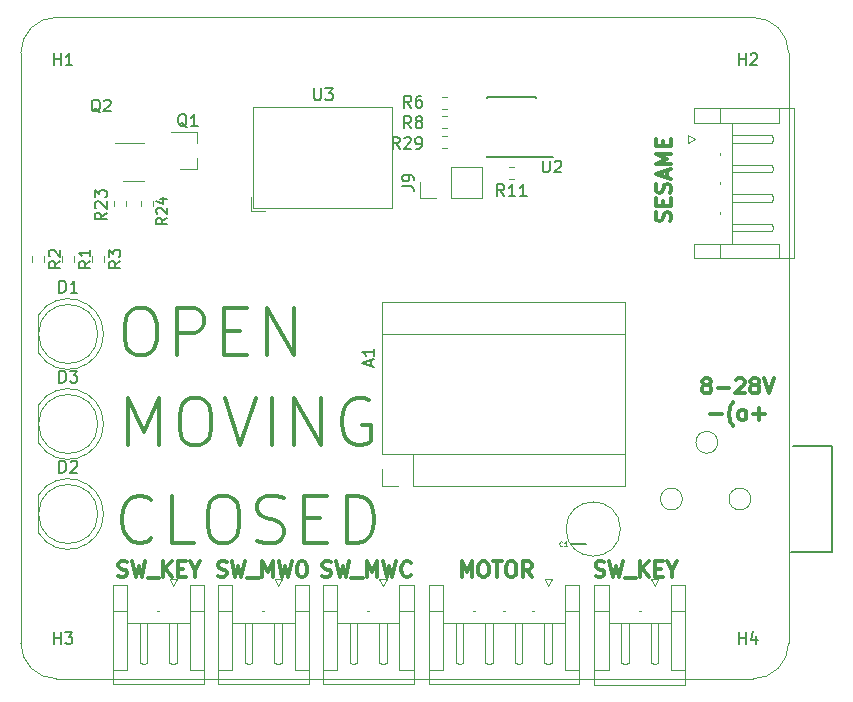
<source format=gbr>
G04 #@! TF.GenerationSoftware,KiCad,Pcbnew,5.1.9*
G04 #@! TF.CreationDate,2021-02-09T20:15:33+01:00*
G04 #@! TF.ProjectId,raspberrypi_hat,72617370-6265-4727-9279-70695f686174,rev?*
G04 #@! TF.SameCoordinates,Original*
G04 #@! TF.FileFunction,Legend,Top*
G04 #@! TF.FilePolarity,Positive*
%FSLAX46Y46*%
G04 Gerber Fmt 4.6, Leading zero omitted, Abs format (unit mm)*
G04 Created by KiCad (PCBNEW 5.1.9) date 2021-02-09 20:15:33*
%MOMM*%
%LPD*%
G01*
G04 APERTURE LIST*
%ADD10C,0.300000*%
G04 #@! TA.AperFunction,Profile*
%ADD11C,0.100000*%
G04 #@! TD*
%ADD12C,0.120000*%
%ADD13C,0.203200*%
%ADD14C,0.150000*%
%ADD15C,0.101600*%
%ADD16C,0.100000*%
%ADD17C,0.130000*%
%ADD18C,0.025400*%
G04 APERTURE END LIST*
D10*
X136476190Y-91920238D02*
X136352380Y-91858333D01*
X136290476Y-91796428D01*
X136228571Y-91672619D01*
X136228571Y-91610714D01*
X136290476Y-91486904D01*
X136352380Y-91425000D01*
X136476190Y-91363095D01*
X136723809Y-91363095D01*
X136847619Y-91425000D01*
X136909523Y-91486904D01*
X136971428Y-91610714D01*
X136971428Y-91672619D01*
X136909523Y-91796428D01*
X136847619Y-91858333D01*
X136723809Y-91920238D01*
X136476190Y-91920238D01*
X136352380Y-91982142D01*
X136290476Y-92044047D01*
X136228571Y-92167857D01*
X136228571Y-92415476D01*
X136290476Y-92539285D01*
X136352380Y-92601190D01*
X136476190Y-92663095D01*
X136723809Y-92663095D01*
X136847619Y-92601190D01*
X136909523Y-92539285D01*
X136971428Y-92415476D01*
X136971428Y-92167857D01*
X136909523Y-92044047D01*
X136847619Y-91982142D01*
X136723809Y-91920238D01*
X137528571Y-92167857D02*
X138519047Y-92167857D01*
X139076190Y-91486904D02*
X139138095Y-91425000D01*
X139261904Y-91363095D01*
X139571428Y-91363095D01*
X139695238Y-91425000D01*
X139757142Y-91486904D01*
X139819047Y-91610714D01*
X139819047Y-91734523D01*
X139757142Y-91920238D01*
X139014285Y-92663095D01*
X139819047Y-92663095D01*
X140561904Y-91920238D02*
X140438095Y-91858333D01*
X140376190Y-91796428D01*
X140314285Y-91672619D01*
X140314285Y-91610714D01*
X140376190Y-91486904D01*
X140438095Y-91425000D01*
X140561904Y-91363095D01*
X140809523Y-91363095D01*
X140933333Y-91425000D01*
X140995238Y-91486904D01*
X141057142Y-91610714D01*
X141057142Y-91672619D01*
X140995238Y-91796428D01*
X140933333Y-91858333D01*
X140809523Y-91920238D01*
X140561904Y-91920238D01*
X140438095Y-91982142D01*
X140376190Y-92044047D01*
X140314285Y-92167857D01*
X140314285Y-92415476D01*
X140376190Y-92539285D01*
X140438095Y-92601190D01*
X140561904Y-92663095D01*
X140809523Y-92663095D01*
X140933333Y-92601190D01*
X140995238Y-92539285D01*
X141057142Y-92415476D01*
X141057142Y-92167857D01*
X140995238Y-92044047D01*
X140933333Y-91982142D01*
X140809523Y-91920238D01*
X141428571Y-91363095D02*
X141861904Y-92663095D01*
X142295238Y-91363095D01*
X136878571Y-94417857D02*
X137869047Y-94417857D01*
X138859523Y-95408333D02*
X138797619Y-95346428D01*
X138673809Y-95160714D01*
X138611904Y-95036904D01*
X138550000Y-94851190D01*
X138488095Y-94541666D01*
X138488095Y-94294047D01*
X138550000Y-93984523D01*
X138611904Y-93798809D01*
X138673809Y-93675000D01*
X138797619Y-93489285D01*
X138859523Y-93427380D01*
X139540476Y-94913095D02*
X139416666Y-94851190D01*
X139354761Y-94789285D01*
X139292857Y-94665476D01*
X139292857Y-94294047D01*
X139354761Y-94170238D01*
X139416666Y-94108333D01*
X139540476Y-94046428D01*
X139726190Y-94046428D01*
X139850000Y-94108333D01*
X139911904Y-94170238D01*
X139973809Y-94294047D01*
X139973809Y-94665476D01*
X139911904Y-94789285D01*
X139850000Y-94851190D01*
X139726190Y-94913095D01*
X139540476Y-94913095D01*
X140530952Y-94417857D02*
X141521428Y-94417857D01*
X141026190Y-94913095D02*
X141026190Y-93922619D01*
X127195238Y-108126190D02*
X127380952Y-108188095D01*
X127690476Y-108188095D01*
X127814285Y-108126190D01*
X127876190Y-108064285D01*
X127938095Y-107940476D01*
X127938095Y-107816666D01*
X127876190Y-107692857D01*
X127814285Y-107630952D01*
X127690476Y-107569047D01*
X127442857Y-107507142D01*
X127319047Y-107445238D01*
X127257142Y-107383333D01*
X127195238Y-107259523D01*
X127195238Y-107135714D01*
X127257142Y-107011904D01*
X127319047Y-106950000D01*
X127442857Y-106888095D01*
X127752380Y-106888095D01*
X127938095Y-106950000D01*
X128371428Y-106888095D02*
X128680952Y-108188095D01*
X128928571Y-107259523D01*
X129176190Y-108188095D01*
X129485714Y-106888095D01*
X129671428Y-108311904D02*
X130661904Y-108311904D01*
X130971428Y-108188095D02*
X130971428Y-106888095D01*
X131714285Y-108188095D02*
X131157142Y-107445238D01*
X131714285Y-106888095D02*
X130971428Y-107630952D01*
X132271428Y-107507142D02*
X132704761Y-107507142D01*
X132890476Y-108188095D02*
X132271428Y-108188095D01*
X132271428Y-106888095D01*
X132890476Y-106888095D01*
X133695238Y-107569047D02*
X133695238Y-108188095D01*
X133261904Y-106888095D02*
X133695238Y-107569047D01*
X134128571Y-106888095D01*
X115859523Y-108188095D02*
X115859523Y-106888095D01*
X116292857Y-107816666D01*
X116726190Y-106888095D01*
X116726190Y-108188095D01*
X117592857Y-106888095D02*
X117840476Y-106888095D01*
X117964285Y-106950000D01*
X118088095Y-107073809D01*
X118150000Y-107321428D01*
X118150000Y-107754761D01*
X118088095Y-108002380D01*
X117964285Y-108126190D01*
X117840476Y-108188095D01*
X117592857Y-108188095D01*
X117469047Y-108126190D01*
X117345238Y-108002380D01*
X117283333Y-107754761D01*
X117283333Y-107321428D01*
X117345238Y-107073809D01*
X117469047Y-106950000D01*
X117592857Y-106888095D01*
X118521428Y-106888095D02*
X119264285Y-106888095D01*
X118892857Y-108188095D02*
X118892857Y-106888095D01*
X119945238Y-106888095D02*
X120192857Y-106888095D01*
X120316666Y-106950000D01*
X120440476Y-107073809D01*
X120502380Y-107321428D01*
X120502380Y-107754761D01*
X120440476Y-108002380D01*
X120316666Y-108126190D01*
X120192857Y-108188095D01*
X119945238Y-108188095D01*
X119821428Y-108126190D01*
X119697619Y-108002380D01*
X119635714Y-107754761D01*
X119635714Y-107321428D01*
X119697619Y-107073809D01*
X119821428Y-106950000D01*
X119945238Y-106888095D01*
X121802380Y-108188095D02*
X121369047Y-107569047D01*
X121059523Y-108188095D02*
X121059523Y-106888095D01*
X121554761Y-106888095D01*
X121678571Y-106950000D01*
X121740476Y-107011904D01*
X121802380Y-107135714D01*
X121802380Y-107321428D01*
X121740476Y-107445238D01*
X121678571Y-107507142D01*
X121554761Y-107569047D01*
X121059523Y-107569047D01*
X104054761Y-108126190D02*
X104240476Y-108188095D01*
X104550000Y-108188095D01*
X104673809Y-108126190D01*
X104735714Y-108064285D01*
X104797619Y-107940476D01*
X104797619Y-107816666D01*
X104735714Y-107692857D01*
X104673809Y-107630952D01*
X104550000Y-107569047D01*
X104302380Y-107507142D01*
X104178571Y-107445238D01*
X104116666Y-107383333D01*
X104054761Y-107259523D01*
X104054761Y-107135714D01*
X104116666Y-107011904D01*
X104178571Y-106950000D01*
X104302380Y-106888095D01*
X104611904Y-106888095D01*
X104797619Y-106950000D01*
X105230952Y-106888095D02*
X105540476Y-108188095D01*
X105788095Y-107259523D01*
X106035714Y-108188095D01*
X106345238Y-106888095D01*
X106530952Y-108311904D02*
X107521428Y-108311904D01*
X107830952Y-108188095D02*
X107830952Y-106888095D01*
X108264285Y-107816666D01*
X108697619Y-106888095D01*
X108697619Y-108188095D01*
X109192857Y-106888095D02*
X109502380Y-108188095D01*
X109750000Y-107259523D01*
X109997619Y-108188095D01*
X110307142Y-106888095D01*
X111545238Y-108064285D02*
X111483333Y-108126190D01*
X111297619Y-108188095D01*
X111173809Y-108188095D01*
X110988095Y-108126190D01*
X110864285Y-108002380D01*
X110802380Y-107878571D01*
X110740476Y-107630952D01*
X110740476Y-107445238D01*
X110802380Y-107197619D01*
X110864285Y-107073809D01*
X110988095Y-106950000D01*
X111173809Y-106888095D01*
X111297619Y-106888095D01*
X111483333Y-106950000D01*
X111545238Y-107011904D01*
X95223809Y-108126190D02*
X95409523Y-108188095D01*
X95719047Y-108188095D01*
X95842857Y-108126190D01*
X95904761Y-108064285D01*
X95966666Y-107940476D01*
X95966666Y-107816666D01*
X95904761Y-107692857D01*
X95842857Y-107630952D01*
X95719047Y-107569047D01*
X95471428Y-107507142D01*
X95347619Y-107445238D01*
X95285714Y-107383333D01*
X95223809Y-107259523D01*
X95223809Y-107135714D01*
X95285714Y-107011904D01*
X95347619Y-106950000D01*
X95471428Y-106888095D01*
X95780952Y-106888095D01*
X95966666Y-106950000D01*
X96400000Y-106888095D02*
X96709523Y-108188095D01*
X96957142Y-107259523D01*
X97204761Y-108188095D01*
X97514285Y-106888095D01*
X97700000Y-108311904D02*
X98690476Y-108311904D01*
X99000000Y-108188095D02*
X99000000Y-106888095D01*
X99433333Y-107816666D01*
X99866666Y-106888095D01*
X99866666Y-108188095D01*
X100361904Y-106888095D02*
X100671428Y-108188095D01*
X100919047Y-107259523D01*
X101166666Y-108188095D01*
X101476190Y-106888095D01*
X102219047Y-106888095D02*
X102466666Y-106888095D01*
X102590476Y-106950000D01*
X102714285Y-107073809D01*
X102776190Y-107321428D01*
X102776190Y-107754761D01*
X102714285Y-108002380D01*
X102590476Y-108126190D01*
X102466666Y-108188095D01*
X102219047Y-108188095D01*
X102095238Y-108126190D01*
X101971428Y-108002380D01*
X101909523Y-107754761D01*
X101909523Y-107321428D01*
X101971428Y-107073809D01*
X102095238Y-106950000D01*
X102219047Y-106888095D01*
X86795238Y-108126190D02*
X86980952Y-108188095D01*
X87290476Y-108188095D01*
X87414285Y-108126190D01*
X87476190Y-108064285D01*
X87538095Y-107940476D01*
X87538095Y-107816666D01*
X87476190Y-107692857D01*
X87414285Y-107630952D01*
X87290476Y-107569047D01*
X87042857Y-107507142D01*
X86919047Y-107445238D01*
X86857142Y-107383333D01*
X86795238Y-107259523D01*
X86795238Y-107135714D01*
X86857142Y-107011904D01*
X86919047Y-106950000D01*
X87042857Y-106888095D01*
X87352380Y-106888095D01*
X87538095Y-106950000D01*
X87971428Y-106888095D02*
X88280952Y-108188095D01*
X88528571Y-107259523D01*
X88776190Y-108188095D01*
X89085714Y-106888095D01*
X89271428Y-108311904D02*
X90261904Y-108311904D01*
X90571428Y-108188095D02*
X90571428Y-106888095D01*
X91314285Y-108188095D02*
X90757142Y-107445238D01*
X91314285Y-106888095D02*
X90571428Y-107630952D01*
X91871428Y-107507142D02*
X92304761Y-107507142D01*
X92490476Y-108188095D02*
X91871428Y-108188095D01*
X91871428Y-106888095D01*
X92490476Y-106888095D01*
X93295238Y-107569047D02*
X93295238Y-108188095D01*
X92861904Y-106888095D02*
X93295238Y-107569047D01*
X93728571Y-106888095D01*
X133526190Y-78066666D02*
X133588095Y-77880952D01*
X133588095Y-77571428D01*
X133526190Y-77447619D01*
X133464285Y-77385714D01*
X133340476Y-77323809D01*
X133216666Y-77323809D01*
X133092857Y-77385714D01*
X133030952Y-77447619D01*
X132969047Y-77571428D01*
X132907142Y-77819047D01*
X132845238Y-77942857D01*
X132783333Y-78004761D01*
X132659523Y-78066666D01*
X132535714Y-78066666D01*
X132411904Y-78004761D01*
X132350000Y-77942857D01*
X132288095Y-77819047D01*
X132288095Y-77509523D01*
X132350000Y-77323809D01*
X132907142Y-76766666D02*
X132907142Y-76333333D01*
X133588095Y-76147619D02*
X133588095Y-76766666D01*
X132288095Y-76766666D01*
X132288095Y-76147619D01*
X133526190Y-75652380D02*
X133588095Y-75466666D01*
X133588095Y-75157142D01*
X133526190Y-75033333D01*
X133464285Y-74971428D01*
X133340476Y-74909523D01*
X133216666Y-74909523D01*
X133092857Y-74971428D01*
X133030952Y-75033333D01*
X132969047Y-75157142D01*
X132907142Y-75404761D01*
X132845238Y-75528571D01*
X132783333Y-75590476D01*
X132659523Y-75652380D01*
X132535714Y-75652380D01*
X132411904Y-75590476D01*
X132350000Y-75528571D01*
X132288095Y-75404761D01*
X132288095Y-75095238D01*
X132350000Y-74909523D01*
X133216666Y-74414285D02*
X133216666Y-73795238D01*
X133588095Y-74538095D02*
X132288095Y-74104761D01*
X133588095Y-73671428D01*
X133588095Y-73238095D02*
X132288095Y-73238095D01*
X133216666Y-72804761D01*
X132288095Y-72371428D01*
X133588095Y-72371428D01*
X132907142Y-71752380D02*
X132907142Y-71319047D01*
X133588095Y-71133333D02*
X133588095Y-71752380D01*
X132288095Y-71752380D01*
X132288095Y-71133333D01*
D11*
X78546356Y-63817611D02*
X78546361Y-113812375D01*
D10*
X87599523Y-97059523D02*
X87599523Y-93059523D01*
X88932857Y-95916666D01*
X90266190Y-93059523D01*
X90266190Y-97059523D01*
X92932857Y-93059523D02*
X93694761Y-93059523D01*
X94075714Y-93250000D01*
X94456666Y-93630952D01*
X94647142Y-94392857D01*
X94647142Y-95726190D01*
X94456666Y-96488095D01*
X94075714Y-96869047D01*
X93694761Y-97059523D01*
X92932857Y-97059523D01*
X92551904Y-96869047D01*
X92170952Y-96488095D01*
X91980476Y-95726190D01*
X91980476Y-94392857D01*
X92170952Y-93630952D01*
X92551904Y-93250000D01*
X92932857Y-93059523D01*
X95790000Y-93059523D02*
X97123333Y-97059523D01*
X98456666Y-93059523D01*
X99790000Y-97059523D02*
X99790000Y-93059523D01*
X101694761Y-97059523D02*
X101694761Y-93059523D01*
X103980476Y-97059523D01*
X103980476Y-93059523D01*
X107980476Y-93250000D02*
X107599523Y-93059523D01*
X107028095Y-93059523D01*
X106456666Y-93250000D01*
X106075714Y-93630952D01*
X105885238Y-94011904D01*
X105694761Y-94773809D01*
X105694761Y-95345238D01*
X105885238Y-96107142D01*
X106075714Y-96488095D01*
X106456666Y-96869047D01*
X107028095Y-97059523D01*
X107409047Y-97059523D01*
X107980476Y-96869047D01*
X108170952Y-96678571D01*
X108170952Y-95345238D01*
X107409047Y-95345238D01*
X89599523Y-104933571D02*
X89409047Y-105124047D01*
X88837619Y-105314523D01*
X88456666Y-105314523D01*
X87885238Y-105124047D01*
X87504285Y-104743095D01*
X87313809Y-104362142D01*
X87123333Y-103600238D01*
X87123333Y-103028809D01*
X87313809Y-102266904D01*
X87504285Y-101885952D01*
X87885238Y-101505000D01*
X88456666Y-101314523D01*
X88837619Y-101314523D01*
X89409047Y-101505000D01*
X89599523Y-101695476D01*
X93218571Y-105314523D02*
X91313809Y-105314523D01*
X91313809Y-101314523D01*
X95313809Y-101314523D02*
X96075714Y-101314523D01*
X96456666Y-101505000D01*
X96837619Y-101885952D01*
X97028095Y-102647857D01*
X97028095Y-103981190D01*
X96837619Y-104743095D01*
X96456666Y-105124047D01*
X96075714Y-105314523D01*
X95313809Y-105314523D01*
X94932857Y-105124047D01*
X94551904Y-104743095D01*
X94361428Y-103981190D01*
X94361428Y-102647857D01*
X94551904Y-101885952D01*
X94932857Y-101505000D01*
X95313809Y-101314523D01*
X98551904Y-105124047D02*
X99123333Y-105314523D01*
X100075714Y-105314523D01*
X100456666Y-105124047D01*
X100647142Y-104933571D01*
X100837619Y-104552619D01*
X100837619Y-104171666D01*
X100647142Y-103790714D01*
X100456666Y-103600238D01*
X100075714Y-103409761D01*
X99313809Y-103219285D01*
X98932857Y-103028809D01*
X98742380Y-102838333D01*
X98551904Y-102457380D01*
X98551904Y-102076428D01*
X98742380Y-101695476D01*
X98932857Y-101505000D01*
X99313809Y-101314523D01*
X100266190Y-101314523D01*
X100837619Y-101505000D01*
X102551904Y-103219285D02*
X103885238Y-103219285D01*
X104456666Y-105314523D02*
X102551904Y-105314523D01*
X102551904Y-101314523D01*
X104456666Y-101314523D01*
X106170952Y-105314523D02*
X106170952Y-101314523D01*
X107123333Y-101314523D01*
X107694761Y-101505000D01*
X108075714Y-101885952D01*
X108266190Y-102266904D01*
X108456666Y-103028809D01*
X108456666Y-103600238D01*
X108266190Y-104362142D01*
X108075714Y-104743095D01*
X107694761Y-105124047D01*
X107123333Y-105314523D01*
X106170952Y-105314523D01*
X88329285Y-85439523D02*
X89091190Y-85439523D01*
X89472142Y-85630000D01*
X89853095Y-86010952D01*
X90043571Y-86772857D01*
X90043571Y-88106190D01*
X89853095Y-88868095D01*
X89472142Y-89249047D01*
X89091190Y-89439523D01*
X88329285Y-89439523D01*
X87948333Y-89249047D01*
X87567380Y-88868095D01*
X87376904Y-88106190D01*
X87376904Y-86772857D01*
X87567380Y-86010952D01*
X87948333Y-85630000D01*
X88329285Y-85439523D01*
X91757857Y-89439523D02*
X91757857Y-85439523D01*
X93281666Y-85439523D01*
X93662619Y-85630000D01*
X93853095Y-85820476D01*
X94043571Y-86201428D01*
X94043571Y-86772857D01*
X93853095Y-87153809D01*
X93662619Y-87344285D01*
X93281666Y-87534761D01*
X91757857Y-87534761D01*
X95757857Y-87344285D02*
X97091190Y-87344285D01*
X97662619Y-89439523D02*
X95757857Y-89439523D01*
X95757857Y-85439523D01*
X97662619Y-85439523D01*
X99376904Y-89439523D02*
X99376904Y-85439523D01*
X101662619Y-89439523D01*
X101662619Y-85439523D01*
D11*
X78546356Y-63817611D02*
G75*
G02*
X81546356Y-60817611I3000000J0D01*
G01*
X140546356Y-60817611D02*
X81546356Y-60817611D01*
X140546356Y-60817611D02*
G75*
G02*
X143546356Y-63817611I0J-3000000D01*
G01*
X143546356Y-113817611D02*
X143546356Y-63817611D01*
X81546361Y-116812375D02*
G75*
G02*
X78546361Y-113812375I0J3000000D01*
G01*
X81546361Y-116812375D02*
X140546361Y-116812375D01*
X143546356Y-113817611D02*
G75*
G02*
X140546361Y-116812375I-2999995J5236D01*
G01*
D12*
X109090000Y-84960000D02*
X109090000Y-97790000D01*
X129670000Y-84960000D02*
X109090000Y-84960000D01*
X129670000Y-100460000D02*
X129670000Y-84960000D01*
X111760000Y-100460000D02*
X129670000Y-100460000D01*
X111760000Y-97790000D02*
X111760000Y-100460000D01*
X109090000Y-97790000D02*
X111760000Y-97790000D01*
X109090000Y-100460000D02*
X110490000Y-100460000D01*
X109090000Y-99060000D02*
X109090000Y-100460000D01*
X111760000Y-97790000D02*
X129670000Y-97790000D01*
X109090000Y-87630000D02*
X129670000Y-87630000D01*
X85050000Y-102870000D02*
G75*
G03*
X85050000Y-102870000I-2500000J0D01*
G01*
X79990000Y-101325000D02*
X79990000Y-104415000D01*
X85540000Y-102869538D02*
G75*
G02*
X79990000Y-104414830I-2990000J-462D01*
G01*
X85540000Y-102870462D02*
G75*
G03*
X79990000Y-101325170I-2990000J462D01*
G01*
X80532500Y-81025276D02*
X80532500Y-81534724D01*
X79487500Y-81025276D02*
X79487500Y-81534724D01*
X85612500Y-81025276D02*
X85612500Y-81534724D01*
X84567500Y-81025276D02*
X84567500Y-81534724D01*
X83072500Y-81025276D02*
X83072500Y-81534724D01*
X82027500Y-81025276D02*
X82027500Y-81534724D01*
X92830000Y-111080000D02*
X92830000Y-108880000D01*
X92830000Y-108880000D02*
X94050000Y-108880000D01*
X94050000Y-108880000D02*
X94050000Y-117300000D01*
X94050000Y-117300000D02*
X86330000Y-117300000D01*
X86330000Y-117300000D02*
X86330000Y-108880000D01*
X86330000Y-108880000D02*
X87550000Y-108880000D01*
X87550000Y-108880000D02*
X87550000Y-111080000D01*
X94050000Y-116080000D02*
X92830000Y-116080000D01*
X92830000Y-116080000D02*
X92830000Y-111080000D01*
X92830000Y-111080000D02*
X94050000Y-111080000D01*
X86330000Y-116080000D02*
X87550000Y-116080000D01*
X87550000Y-116080000D02*
X87550000Y-111080000D01*
X87550000Y-111080000D02*
X86330000Y-111080000D01*
X92830000Y-112080000D02*
X87550000Y-112080000D01*
X91440000Y-112080000D02*
X91760000Y-112080000D01*
X91760000Y-112080000D02*
X91760000Y-115500000D01*
X91760000Y-115500000D02*
X91440000Y-115580000D01*
X91440000Y-115580000D02*
X91120000Y-115500000D01*
X91120000Y-115500000D02*
X91120000Y-112080000D01*
X91120000Y-112080000D02*
X91440000Y-112080000D01*
X90270000Y-111080000D02*
X90110000Y-111080000D01*
X88940000Y-112080000D02*
X89260000Y-112080000D01*
X89260000Y-112080000D02*
X89260000Y-115500000D01*
X89260000Y-115500000D02*
X88940000Y-115580000D01*
X88940000Y-115580000D02*
X88620000Y-115500000D01*
X88620000Y-115500000D02*
X88620000Y-112080000D01*
X88620000Y-112080000D02*
X88940000Y-112080000D01*
X91440000Y-108990000D02*
X91740000Y-108390000D01*
X91740000Y-108390000D02*
X91140000Y-108390000D01*
X91140000Y-108390000D02*
X91440000Y-108990000D01*
D13*
X147220940Y-97101660D02*
X147220940Y-106098340D01*
X147220940Y-97101660D02*
X143921480Y-97101660D01*
X143720820Y-106098340D02*
X147220940Y-106098340D01*
D14*
X122175000Y-72625000D02*
X123575000Y-72625000D01*
X122175000Y-67525000D02*
X118025000Y-67525000D01*
X122175000Y-72675000D02*
X118025000Y-72675000D01*
X122175000Y-67525000D02*
X122175000Y-67670000D01*
X118025000Y-67525000D02*
X118025000Y-67670000D01*
X118025000Y-72675000D02*
X118025000Y-72530000D01*
X122175000Y-72675000D02*
X122175000Y-72625000D01*
D12*
X114180000Y-69190000D02*
X114620000Y-69190000D01*
X114180000Y-70210000D02*
X114620000Y-70210000D01*
X112370000Y-76130000D02*
X112370000Y-74800000D01*
X113700000Y-76130000D02*
X112370000Y-76130000D01*
X114970000Y-76130000D02*
X114970000Y-73470000D01*
X114970000Y-73470000D02*
X117570000Y-73470000D01*
X114970000Y-76130000D02*
X117570000Y-76130000D01*
X117570000Y-76130000D02*
X117570000Y-73470000D01*
X93454000Y-73650000D02*
X91994000Y-73650000D01*
X93454000Y-70490000D02*
X91294000Y-70490000D01*
X93454000Y-70490000D02*
X93454000Y-71420000D01*
X93454000Y-73650000D02*
X93454000Y-72720000D01*
X88950000Y-71490000D02*
X86500000Y-71490000D01*
X87150000Y-74710000D02*
X88950000Y-74710000D01*
X114180000Y-71910000D02*
X114620000Y-71910000D01*
X114180000Y-70890000D02*
X114620000Y-70890000D01*
X89710000Y-76380000D02*
X89710000Y-76820000D01*
X88690000Y-76380000D02*
X88690000Y-76820000D01*
X86390000Y-76380000D02*
X86390000Y-76820000D01*
X87410000Y-76380000D02*
X87410000Y-76820000D01*
X119880000Y-73490000D02*
X120320000Y-73490000D01*
X119880000Y-74510000D02*
X120320000Y-74510000D01*
X114180000Y-68610000D02*
X114620000Y-68610000D01*
X114180000Y-67590000D02*
X114620000Y-67590000D01*
X98229000Y-68370000D02*
X109950000Y-68370000D01*
X98229000Y-76990000D02*
X109950000Y-76990000D01*
X98229000Y-68370000D02*
X98229000Y-76990000D01*
X109950000Y-68370000D02*
X109950000Y-76990000D01*
X97989000Y-75990000D02*
X97989000Y-77230000D01*
X97989000Y-77230000D02*
X99229000Y-77230000D01*
D13*
X126365000Y-105410000D02*
X125095000Y-105410000D01*
D15*
X129295353Y-104140000D02*
G75*
G03*
X129295353Y-104140000I-2295353J0D01*
G01*
D12*
X79990000Y-86085000D02*
X79990000Y-89175000D01*
X85050000Y-87630000D02*
G75*
G03*
X85050000Y-87630000I-2500000J0D01*
G01*
X85540000Y-87630462D02*
G75*
G03*
X79990000Y-86085170I-2990000J462D01*
G01*
X85540000Y-87629538D02*
G75*
G02*
X79990000Y-89174830I-2990000J-462D01*
G01*
X79990000Y-93705000D02*
X79990000Y-96795000D01*
X85050000Y-95250000D02*
G75*
G03*
X85050000Y-95250000I-2500000J0D01*
G01*
X85540000Y-95250462D02*
G75*
G03*
X79990000Y-93705170I-2990000J462D01*
G01*
X85540000Y-95249538D02*
G75*
G02*
X79990000Y-96794830I-2990000J-462D01*
G01*
X124580000Y-111080000D02*
X124580000Y-108880000D01*
X124580000Y-108880000D02*
X125800000Y-108880000D01*
X125800000Y-108880000D02*
X125800000Y-117300000D01*
X125800000Y-117300000D02*
X113080000Y-117300000D01*
X113080000Y-117300000D02*
X113080000Y-108880000D01*
X113080000Y-108880000D02*
X114300000Y-108880000D01*
X114300000Y-108880000D02*
X114300000Y-111080000D01*
X125800000Y-116080000D02*
X124580000Y-116080000D01*
X124580000Y-116080000D02*
X124580000Y-111080000D01*
X124580000Y-111080000D02*
X125800000Y-111080000D01*
X113080000Y-116080000D02*
X114300000Y-116080000D01*
X114300000Y-116080000D02*
X114300000Y-111080000D01*
X114300000Y-111080000D02*
X113080000Y-111080000D01*
X124580000Y-112080000D02*
X114300000Y-112080000D01*
X123190000Y-112080000D02*
X123510000Y-112080000D01*
X123510000Y-112080000D02*
X123510000Y-115500000D01*
X123510000Y-115500000D02*
X123190000Y-115580000D01*
X123190000Y-115580000D02*
X122870000Y-115500000D01*
X122870000Y-115500000D02*
X122870000Y-112080000D01*
X122870000Y-112080000D02*
X123190000Y-112080000D01*
X122020000Y-111080000D02*
X121860000Y-111080000D01*
X120690000Y-112080000D02*
X121010000Y-112080000D01*
X121010000Y-112080000D02*
X121010000Y-115500000D01*
X121010000Y-115500000D02*
X120690000Y-115580000D01*
X120690000Y-115580000D02*
X120370000Y-115500000D01*
X120370000Y-115500000D02*
X120370000Y-112080000D01*
X120370000Y-112080000D02*
X120690000Y-112080000D01*
X119520000Y-111080000D02*
X119360000Y-111080000D01*
X118190000Y-112080000D02*
X118510000Y-112080000D01*
X118510000Y-112080000D02*
X118510000Y-115500000D01*
X118510000Y-115500000D02*
X118190000Y-115580000D01*
X118190000Y-115580000D02*
X117870000Y-115500000D01*
X117870000Y-115500000D02*
X117870000Y-112080000D01*
X117870000Y-112080000D02*
X118190000Y-112080000D01*
X117020000Y-111080000D02*
X116860000Y-111080000D01*
X115690000Y-112080000D02*
X116010000Y-112080000D01*
X116010000Y-112080000D02*
X116010000Y-115500000D01*
X116010000Y-115500000D02*
X115690000Y-115580000D01*
X115690000Y-115580000D02*
X115370000Y-115500000D01*
X115370000Y-115500000D02*
X115370000Y-112080000D01*
X115370000Y-112080000D02*
X115690000Y-112080000D01*
X123190000Y-108990000D02*
X123490000Y-108390000D01*
X123490000Y-108390000D02*
X122890000Y-108390000D01*
X122890000Y-108390000D02*
X123190000Y-108990000D01*
X135060000Y-71420000D02*
X135660000Y-71120000D01*
X135060000Y-70820000D02*
X135060000Y-71420000D01*
X135660000Y-71120000D02*
X135060000Y-70820000D01*
X138750000Y-78940000D02*
X138750000Y-78620000D01*
X142170000Y-78940000D02*
X138750000Y-78940000D01*
X142250000Y-78620000D02*
X142170000Y-78940000D01*
X142170000Y-78300000D02*
X142250000Y-78620000D01*
X138750000Y-78300000D02*
X142170000Y-78300000D01*
X138750000Y-78620000D02*
X138750000Y-78300000D01*
X137750000Y-77290000D02*
X137750000Y-77450000D01*
X138750000Y-76440000D02*
X138750000Y-76120000D01*
X142170000Y-76440000D02*
X138750000Y-76440000D01*
X142250000Y-76120000D02*
X142170000Y-76440000D01*
X142170000Y-75800000D02*
X142250000Y-76120000D01*
X138750000Y-75800000D02*
X142170000Y-75800000D01*
X138750000Y-76120000D02*
X138750000Y-75800000D01*
X137750000Y-74790000D02*
X137750000Y-74950000D01*
X138750000Y-73940000D02*
X138750000Y-73620000D01*
X142170000Y-73940000D02*
X138750000Y-73940000D01*
X142250000Y-73620000D02*
X142170000Y-73940000D01*
X142170000Y-73300000D02*
X142250000Y-73620000D01*
X138750000Y-73300000D02*
X142170000Y-73300000D01*
X138750000Y-73620000D02*
X138750000Y-73300000D01*
X137750000Y-72290000D02*
X137750000Y-72450000D01*
X138750000Y-71440000D02*
X138750000Y-71120000D01*
X142170000Y-71440000D02*
X138750000Y-71440000D01*
X142250000Y-71120000D02*
X142170000Y-71440000D01*
X142170000Y-70800000D02*
X142250000Y-71120000D01*
X138750000Y-70800000D02*
X142170000Y-70800000D01*
X138750000Y-71120000D02*
X138750000Y-70800000D01*
X138750000Y-69730000D02*
X138750000Y-80010000D01*
X137750000Y-80010000D02*
X137750000Y-81230000D01*
X142750000Y-80010000D02*
X137750000Y-80010000D01*
X142750000Y-81230000D02*
X142750000Y-80010000D01*
X137750000Y-69730000D02*
X137750000Y-68510000D01*
X142750000Y-69730000D02*
X137750000Y-69730000D01*
X142750000Y-68510000D02*
X142750000Y-69730000D01*
X135550000Y-80010000D02*
X137750000Y-80010000D01*
X135550000Y-81230000D02*
X135550000Y-80010000D01*
X143970000Y-81230000D02*
X135550000Y-81230000D01*
X143970000Y-68510000D02*
X143970000Y-81230000D01*
X135550000Y-68510000D02*
X143970000Y-68510000D01*
X135550000Y-69730000D02*
X135550000Y-68510000D01*
X137750000Y-69730000D02*
X135550000Y-69730000D01*
X100030000Y-108390000D02*
X100330000Y-108990000D01*
X100630000Y-108390000D02*
X100030000Y-108390000D01*
X100330000Y-108990000D02*
X100630000Y-108390000D01*
X97510000Y-112080000D02*
X97830000Y-112080000D01*
X97510000Y-115500000D02*
X97510000Y-112080000D01*
X97830000Y-115580000D02*
X97510000Y-115500000D01*
X98150000Y-115500000D02*
X97830000Y-115580000D01*
X98150000Y-112080000D02*
X98150000Y-115500000D01*
X97830000Y-112080000D02*
X98150000Y-112080000D01*
X99160000Y-111080000D02*
X99000000Y-111080000D01*
X100010000Y-112080000D02*
X100330000Y-112080000D01*
X100010000Y-115500000D02*
X100010000Y-112080000D01*
X100330000Y-115580000D02*
X100010000Y-115500000D01*
X100650000Y-115500000D02*
X100330000Y-115580000D01*
X100650000Y-112080000D02*
X100650000Y-115500000D01*
X100330000Y-112080000D02*
X100650000Y-112080000D01*
X101720000Y-112080000D02*
X96440000Y-112080000D01*
X96440000Y-111080000D02*
X95220000Y-111080000D01*
X96440000Y-116080000D02*
X96440000Y-111080000D01*
X95220000Y-116080000D02*
X96440000Y-116080000D01*
X101720000Y-111080000D02*
X102940000Y-111080000D01*
X101720000Y-116080000D02*
X101720000Y-111080000D01*
X102940000Y-116080000D02*
X101720000Y-116080000D01*
X96440000Y-108880000D02*
X96440000Y-111080000D01*
X95220000Y-108880000D02*
X96440000Y-108880000D01*
X95220000Y-117300000D02*
X95220000Y-108880000D01*
X102940000Y-117300000D02*
X95220000Y-117300000D01*
X102940000Y-108880000D02*
X102940000Y-117300000D01*
X101720000Y-108880000D02*
X102940000Y-108880000D01*
X101720000Y-111080000D02*
X101720000Y-108880000D01*
X133590000Y-111090000D02*
X133590000Y-108890000D01*
X133590000Y-108890000D02*
X134810000Y-108890000D01*
X134810000Y-108890000D02*
X134810000Y-117310000D01*
X134810000Y-117310000D02*
X127090000Y-117310000D01*
X127090000Y-117310000D02*
X127090000Y-108890000D01*
X127090000Y-108890000D02*
X128310000Y-108890000D01*
X128310000Y-108890000D02*
X128310000Y-111090000D01*
X134810000Y-116090000D02*
X133590000Y-116090000D01*
X133590000Y-116090000D02*
X133590000Y-111090000D01*
X133590000Y-111090000D02*
X134810000Y-111090000D01*
X127090000Y-116090000D02*
X128310000Y-116090000D01*
X128310000Y-116090000D02*
X128310000Y-111090000D01*
X128310000Y-111090000D02*
X127090000Y-111090000D01*
X133590000Y-112090000D02*
X128310000Y-112090000D01*
X132200000Y-112090000D02*
X132520000Y-112090000D01*
X132520000Y-112090000D02*
X132520000Y-115510000D01*
X132520000Y-115510000D02*
X132200000Y-115590000D01*
X132200000Y-115590000D02*
X131880000Y-115510000D01*
X131880000Y-115510000D02*
X131880000Y-112090000D01*
X131880000Y-112090000D02*
X132200000Y-112090000D01*
X131030000Y-111090000D02*
X130870000Y-111090000D01*
X129700000Y-112090000D02*
X130020000Y-112090000D01*
X130020000Y-112090000D02*
X130020000Y-115510000D01*
X130020000Y-115510000D02*
X129700000Y-115590000D01*
X129700000Y-115590000D02*
X129380000Y-115510000D01*
X129380000Y-115510000D02*
X129380000Y-112090000D01*
X129380000Y-112090000D02*
X129700000Y-112090000D01*
X132200000Y-109000000D02*
X132500000Y-108400000D01*
X132500000Y-108400000D02*
X131900000Y-108400000D01*
X131900000Y-108400000D02*
X132200000Y-109000000D01*
X108900000Y-108390000D02*
X109200000Y-108990000D01*
X109500000Y-108390000D02*
X108900000Y-108390000D01*
X109200000Y-108990000D02*
X109500000Y-108390000D01*
X106380000Y-112080000D02*
X106700000Y-112080000D01*
X106380000Y-115500000D02*
X106380000Y-112080000D01*
X106700000Y-115580000D02*
X106380000Y-115500000D01*
X107020000Y-115500000D02*
X106700000Y-115580000D01*
X107020000Y-112080000D02*
X107020000Y-115500000D01*
X106700000Y-112080000D02*
X107020000Y-112080000D01*
X108030000Y-111080000D02*
X107870000Y-111080000D01*
X108880000Y-112080000D02*
X109200000Y-112080000D01*
X108880000Y-115500000D02*
X108880000Y-112080000D01*
X109200000Y-115580000D02*
X108880000Y-115500000D01*
X109520000Y-115500000D02*
X109200000Y-115580000D01*
X109520000Y-112080000D02*
X109520000Y-115500000D01*
X109200000Y-112080000D02*
X109520000Y-112080000D01*
X110590000Y-112080000D02*
X105310000Y-112080000D01*
X105310000Y-111080000D02*
X104090000Y-111080000D01*
X105310000Y-116080000D02*
X105310000Y-111080000D01*
X104090000Y-116080000D02*
X105310000Y-116080000D01*
X110590000Y-111080000D02*
X111810000Y-111080000D01*
X110590000Y-116080000D02*
X110590000Y-111080000D01*
X111810000Y-116080000D02*
X110590000Y-116080000D01*
X105310000Y-108880000D02*
X105310000Y-111080000D01*
X104090000Y-108880000D02*
X105310000Y-108880000D01*
X104090000Y-117300000D02*
X104090000Y-108880000D01*
X111810000Y-117300000D02*
X104090000Y-117300000D01*
X111810000Y-108880000D02*
X111810000Y-117300000D01*
X110590000Y-108880000D02*
X111810000Y-108880000D01*
X110590000Y-111080000D02*
X110590000Y-108880000D01*
D16*
X134545870Y-101600000D02*
G75*
G03*
X134545870Y-101600000I-924090J0D01*
G01*
X137545610Y-96801940D02*
G75*
G03*
X137545610Y-96801940I-924090J0D01*
G01*
X140344690Y-101600000D02*
G75*
G03*
X140344690Y-101600000I-924090J0D01*
G01*
D14*
X108166666Y-90314285D02*
X108166666Y-89838095D01*
X108452380Y-90409523D02*
X107452380Y-90076190D01*
X108452380Y-89742857D01*
X108452380Y-88885714D02*
X108452380Y-89457142D01*
X108452380Y-89171428D02*
X107452380Y-89171428D01*
X107595238Y-89266666D01*
X107690476Y-89361904D01*
X107738095Y-89457142D01*
X81811904Y-99362380D02*
X81811904Y-98362380D01*
X82050000Y-98362380D01*
X82192857Y-98410000D01*
X82288095Y-98505238D01*
X82335714Y-98600476D01*
X82383333Y-98790952D01*
X82383333Y-98933809D01*
X82335714Y-99124285D01*
X82288095Y-99219523D01*
X82192857Y-99314761D01*
X82050000Y-99362380D01*
X81811904Y-99362380D01*
X82764285Y-98457619D02*
X82811904Y-98410000D01*
X82907142Y-98362380D01*
X83145238Y-98362380D01*
X83240476Y-98410000D01*
X83288095Y-98457619D01*
X83335714Y-98552857D01*
X83335714Y-98648095D01*
X83288095Y-98790952D01*
X82716666Y-99362380D01*
X83335714Y-99362380D01*
X81892380Y-81446666D02*
X81416190Y-81780000D01*
X81892380Y-82018095D02*
X80892380Y-82018095D01*
X80892380Y-81637142D01*
X80940000Y-81541904D01*
X80987619Y-81494285D01*
X81082857Y-81446666D01*
X81225714Y-81446666D01*
X81320952Y-81494285D01*
X81368571Y-81541904D01*
X81416190Y-81637142D01*
X81416190Y-82018095D01*
X80987619Y-81065714D02*
X80940000Y-81018095D01*
X80892380Y-80922857D01*
X80892380Y-80684761D01*
X80940000Y-80589523D01*
X80987619Y-80541904D01*
X81082857Y-80494285D01*
X81178095Y-80494285D01*
X81320952Y-80541904D01*
X81892380Y-81113333D01*
X81892380Y-80494285D01*
X86972380Y-81446666D02*
X86496190Y-81780000D01*
X86972380Y-82018095D02*
X85972380Y-82018095D01*
X85972380Y-81637142D01*
X86020000Y-81541904D01*
X86067619Y-81494285D01*
X86162857Y-81446666D01*
X86305714Y-81446666D01*
X86400952Y-81494285D01*
X86448571Y-81541904D01*
X86496190Y-81637142D01*
X86496190Y-82018095D01*
X85972380Y-81113333D02*
X85972380Y-80494285D01*
X86353333Y-80827619D01*
X86353333Y-80684761D01*
X86400952Y-80589523D01*
X86448571Y-80541904D01*
X86543809Y-80494285D01*
X86781904Y-80494285D01*
X86877142Y-80541904D01*
X86924761Y-80589523D01*
X86972380Y-80684761D01*
X86972380Y-80970476D01*
X86924761Y-81065714D01*
X86877142Y-81113333D01*
X84432380Y-81446666D02*
X83956190Y-81780000D01*
X84432380Y-82018095D02*
X83432380Y-82018095D01*
X83432380Y-81637142D01*
X83480000Y-81541904D01*
X83527619Y-81494285D01*
X83622857Y-81446666D01*
X83765714Y-81446666D01*
X83860952Y-81494285D01*
X83908571Y-81541904D01*
X83956190Y-81637142D01*
X83956190Y-82018095D01*
X84432380Y-80494285D02*
X84432380Y-81065714D01*
X84432380Y-80780000D02*
X83432380Y-80780000D01*
X83575238Y-80875238D01*
X83670476Y-80970476D01*
X83718095Y-81065714D01*
X122738095Y-72952380D02*
X122738095Y-73761904D01*
X122785714Y-73857142D01*
X122833333Y-73904761D01*
X122928571Y-73952380D01*
X123119047Y-73952380D01*
X123214285Y-73904761D01*
X123261904Y-73857142D01*
X123309523Y-73761904D01*
X123309523Y-72952380D01*
X123738095Y-73047619D02*
X123785714Y-73000000D01*
X123880952Y-72952380D01*
X124119047Y-72952380D01*
X124214285Y-73000000D01*
X124261904Y-73047619D01*
X124309523Y-73142857D01*
X124309523Y-73238095D01*
X124261904Y-73380952D01*
X123690476Y-73952380D01*
X124309523Y-73952380D01*
X111583333Y-70202380D02*
X111250000Y-69726190D01*
X111011904Y-70202380D02*
X111011904Y-69202380D01*
X111392857Y-69202380D01*
X111488095Y-69250000D01*
X111535714Y-69297619D01*
X111583333Y-69392857D01*
X111583333Y-69535714D01*
X111535714Y-69630952D01*
X111488095Y-69678571D01*
X111392857Y-69726190D01*
X111011904Y-69726190D01*
X112154761Y-69630952D02*
X112059523Y-69583333D01*
X112011904Y-69535714D01*
X111964285Y-69440476D01*
X111964285Y-69392857D01*
X112011904Y-69297619D01*
X112059523Y-69250000D01*
X112154761Y-69202380D01*
X112345238Y-69202380D01*
X112440476Y-69250000D01*
X112488095Y-69297619D01*
X112535714Y-69392857D01*
X112535714Y-69440476D01*
X112488095Y-69535714D01*
X112440476Y-69583333D01*
X112345238Y-69630952D01*
X112154761Y-69630952D01*
X112059523Y-69678571D01*
X112011904Y-69726190D01*
X111964285Y-69821428D01*
X111964285Y-70011904D01*
X112011904Y-70107142D01*
X112059523Y-70154761D01*
X112154761Y-70202380D01*
X112345238Y-70202380D01*
X112440476Y-70154761D01*
X112488095Y-70107142D01*
X112535714Y-70011904D01*
X112535714Y-69821428D01*
X112488095Y-69726190D01*
X112440476Y-69678571D01*
X112345238Y-69630952D01*
X110822380Y-75133333D02*
X111536666Y-75133333D01*
X111679523Y-75180952D01*
X111774761Y-75276190D01*
X111822380Y-75419047D01*
X111822380Y-75514285D01*
X111822380Y-74609523D02*
X111822380Y-74419047D01*
X111774761Y-74323809D01*
X111727142Y-74276190D01*
X111584285Y-74180952D01*
X111393809Y-74133333D01*
X111012857Y-74133333D01*
X110917619Y-74180952D01*
X110870000Y-74228571D01*
X110822380Y-74323809D01*
X110822380Y-74514285D01*
X110870000Y-74609523D01*
X110917619Y-74657142D01*
X111012857Y-74704761D01*
X111250952Y-74704761D01*
X111346190Y-74657142D01*
X111393809Y-74609523D01*
X111441428Y-74514285D01*
X111441428Y-74323809D01*
X111393809Y-74228571D01*
X111346190Y-74180952D01*
X111250952Y-74133333D01*
X92598761Y-70117619D02*
X92503523Y-70070000D01*
X92408285Y-69974761D01*
X92265428Y-69831904D01*
X92170190Y-69784285D01*
X92074952Y-69784285D01*
X92122571Y-70022380D02*
X92027333Y-69974761D01*
X91932095Y-69879523D01*
X91884476Y-69689047D01*
X91884476Y-69355714D01*
X91932095Y-69165238D01*
X92027333Y-69070000D01*
X92122571Y-69022380D01*
X92313047Y-69022380D01*
X92408285Y-69070000D01*
X92503523Y-69165238D01*
X92551142Y-69355714D01*
X92551142Y-69689047D01*
X92503523Y-69879523D01*
X92408285Y-69974761D01*
X92313047Y-70022380D01*
X92122571Y-70022380D01*
X93503523Y-70022380D02*
X92932095Y-70022380D01*
X93217809Y-70022380D02*
X93217809Y-69022380D01*
X93122571Y-69165238D01*
X93027333Y-69260476D01*
X92932095Y-69308095D01*
X85248761Y-68873619D02*
X85153523Y-68826000D01*
X85058285Y-68730761D01*
X84915428Y-68587904D01*
X84820190Y-68540285D01*
X84724952Y-68540285D01*
X84772571Y-68778380D02*
X84677333Y-68730761D01*
X84582095Y-68635523D01*
X84534476Y-68445047D01*
X84534476Y-68111714D01*
X84582095Y-67921238D01*
X84677333Y-67826000D01*
X84772571Y-67778380D01*
X84963047Y-67778380D01*
X85058285Y-67826000D01*
X85153523Y-67921238D01*
X85201142Y-68111714D01*
X85201142Y-68445047D01*
X85153523Y-68635523D01*
X85058285Y-68730761D01*
X84963047Y-68778380D01*
X84772571Y-68778380D01*
X85582095Y-67873619D02*
X85629714Y-67826000D01*
X85724952Y-67778380D01*
X85963047Y-67778380D01*
X86058285Y-67826000D01*
X86105904Y-67873619D01*
X86153523Y-67968857D01*
X86153523Y-68064095D01*
X86105904Y-68206952D01*
X85534476Y-68778380D01*
X86153523Y-68778380D01*
X110607142Y-71952380D02*
X110273809Y-71476190D01*
X110035714Y-71952380D02*
X110035714Y-70952380D01*
X110416666Y-70952380D01*
X110511904Y-71000000D01*
X110559523Y-71047619D01*
X110607142Y-71142857D01*
X110607142Y-71285714D01*
X110559523Y-71380952D01*
X110511904Y-71428571D01*
X110416666Y-71476190D01*
X110035714Y-71476190D01*
X110988095Y-71047619D02*
X111035714Y-71000000D01*
X111130952Y-70952380D01*
X111369047Y-70952380D01*
X111464285Y-71000000D01*
X111511904Y-71047619D01*
X111559523Y-71142857D01*
X111559523Y-71238095D01*
X111511904Y-71380952D01*
X110940476Y-71952380D01*
X111559523Y-71952380D01*
X112035714Y-71952380D02*
X112226190Y-71952380D01*
X112321428Y-71904761D01*
X112369047Y-71857142D01*
X112464285Y-71714285D01*
X112511904Y-71523809D01*
X112511904Y-71142857D01*
X112464285Y-71047619D01*
X112416666Y-71000000D01*
X112321428Y-70952380D01*
X112130952Y-70952380D01*
X112035714Y-71000000D01*
X111988095Y-71047619D01*
X111940476Y-71142857D01*
X111940476Y-71380952D01*
X111988095Y-71476190D01*
X112035714Y-71523809D01*
X112130952Y-71571428D01*
X112321428Y-71571428D01*
X112416666Y-71523809D01*
X112464285Y-71476190D01*
X112511904Y-71380952D01*
D17*
X90907142Y-77794571D02*
X90478571Y-78094571D01*
X90907142Y-78308857D02*
X90007142Y-78308857D01*
X90007142Y-77966000D01*
X90050000Y-77880285D01*
X90092857Y-77837428D01*
X90178571Y-77794571D01*
X90307142Y-77794571D01*
X90392857Y-77837428D01*
X90435714Y-77880285D01*
X90478571Y-77966000D01*
X90478571Y-78308857D01*
X90092857Y-77451714D02*
X90050000Y-77408857D01*
X90007142Y-77323142D01*
X90007142Y-77108857D01*
X90050000Y-77023142D01*
X90092857Y-76980285D01*
X90178571Y-76937428D01*
X90264285Y-76937428D01*
X90392857Y-76980285D01*
X90907142Y-77494571D01*
X90907142Y-76937428D01*
X90307142Y-76166000D02*
X90907142Y-76166000D01*
X89964285Y-76380285D02*
X90607142Y-76594571D01*
X90607142Y-76037428D01*
D14*
X85796380Y-77350857D02*
X85320190Y-77684190D01*
X85796380Y-77922285D02*
X84796380Y-77922285D01*
X84796380Y-77541333D01*
X84844000Y-77446095D01*
X84891619Y-77398476D01*
X84986857Y-77350857D01*
X85129714Y-77350857D01*
X85224952Y-77398476D01*
X85272571Y-77446095D01*
X85320190Y-77541333D01*
X85320190Y-77922285D01*
X84891619Y-76969904D02*
X84844000Y-76922285D01*
X84796380Y-76827047D01*
X84796380Y-76588952D01*
X84844000Y-76493714D01*
X84891619Y-76446095D01*
X84986857Y-76398476D01*
X85082095Y-76398476D01*
X85224952Y-76446095D01*
X85796380Y-77017523D01*
X85796380Y-76398476D01*
X84796380Y-76065142D02*
X84796380Y-75446095D01*
X85177333Y-75779428D01*
X85177333Y-75636571D01*
X85224952Y-75541333D01*
X85272571Y-75493714D01*
X85367809Y-75446095D01*
X85605904Y-75446095D01*
X85701142Y-75493714D01*
X85748761Y-75541333D01*
X85796380Y-75636571D01*
X85796380Y-75922285D01*
X85748761Y-76017523D01*
X85701142Y-76065142D01*
X119457142Y-75952380D02*
X119123809Y-75476190D01*
X118885714Y-75952380D02*
X118885714Y-74952380D01*
X119266666Y-74952380D01*
X119361904Y-75000000D01*
X119409523Y-75047619D01*
X119457142Y-75142857D01*
X119457142Y-75285714D01*
X119409523Y-75380952D01*
X119361904Y-75428571D01*
X119266666Y-75476190D01*
X118885714Y-75476190D01*
X120409523Y-75952380D02*
X119838095Y-75952380D01*
X120123809Y-75952380D02*
X120123809Y-74952380D01*
X120028571Y-75095238D01*
X119933333Y-75190476D01*
X119838095Y-75238095D01*
X121361904Y-75952380D02*
X120790476Y-75952380D01*
X121076190Y-75952380D02*
X121076190Y-74952380D01*
X120980952Y-75095238D01*
X120885714Y-75190476D01*
X120790476Y-75238095D01*
X111583333Y-68452380D02*
X111250000Y-67976190D01*
X111011904Y-68452380D02*
X111011904Y-67452380D01*
X111392857Y-67452380D01*
X111488095Y-67500000D01*
X111535714Y-67547619D01*
X111583333Y-67642857D01*
X111583333Y-67785714D01*
X111535714Y-67880952D01*
X111488095Y-67928571D01*
X111392857Y-67976190D01*
X111011904Y-67976190D01*
X112440476Y-67452380D02*
X112250000Y-67452380D01*
X112154761Y-67500000D01*
X112107142Y-67547619D01*
X112011904Y-67690476D01*
X111964285Y-67880952D01*
X111964285Y-68261904D01*
X112011904Y-68357142D01*
X112059523Y-68404761D01*
X112154761Y-68452380D01*
X112345238Y-68452380D01*
X112440476Y-68404761D01*
X112488095Y-68357142D01*
X112535714Y-68261904D01*
X112535714Y-68023809D01*
X112488095Y-67928571D01*
X112440476Y-67880952D01*
X112345238Y-67833333D01*
X112154761Y-67833333D01*
X112059523Y-67880952D01*
X112011904Y-67928571D01*
X111964285Y-68023809D01*
X81338095Y-64852380D02*
X81338095Y-63852380D01*
X81338095Y-64328571D02*
X81909523Y-64328571D01*
X81909523Y-64852380D02*
X81909523Y-63852380D01*
X82909523Y-64852380D02*
X82338095Y-64852380D01*
X82623809Y-64852380D02*
X82623809Y-63852380D01*
X82528571Y-63995238D01*
X82433333Y-64090476D01*
X82338095Y-64138095D01*
X139338095Y-64872380D02*
X139338095Y-63872380D01*
X139338095Y-64348571D02*
X139909523Y-64348571D01*
X139909523Y-64872380D02*
X139909523Y-63872380D01*
X140338095Y-63967619D02*
X140385714Y-63920000D01*
X140480952Y-63872380D01*
X140719047Y-63872380D01*
X140814285Y-63920000D01*
X140861904Y-63967619D01*
X140909523Y-64062857D01*
X140909523Y-64158095D01*
X140861904Y-64300952D01*
X140290476Y-64872380D01*
X140909523Y-64872380D01*
X81338095Y-113862380D02*
X81338095Y-112862380D01*
X81338095Y-113338571D02*
X81909523Y-113338571D01*
X81909523Y-113862380D02*
X81909523Y-112862380D01*
X82290476Y-112862380D02*
X82909523Y-112862380D01*
X82576190Y-113243333D01*
X82719047Y-113243333D01*
X82814285Y-113290952D01*
X82861904Y-113338571D01*
X82909523Y-113433809D01*
X82909523Y-113671904D01*
X82861904Y-113767142D01*
X82814285Y-113814761D01*
X82719047Y-113862380D01*
X82433333Y-113862380D01*
X82338095Y-113814761D01*
X82290476Y-113767142D01*
X139328095Y-113852380D02*
X139328095Y-112852380D01*
X139328095Y-113328571D02*
X139899523Y-113328571D01*
X139899523Y-113852380D02*
X139899523Y-112852380D01*
X140804285Y-113185714D02*
X140804285Y-113852380D01*
X140566190Y-112804761D02*
X140328095Y-113519047D01*
X140947142Y-113519047D01*
X103378095Y-66822380D02*
X103378095Y-67631904D01*
X103425714Y-67727142D01*
X103473333Y-67774761D01*
X103568571Y-67822380D01*
X103759047Y-67822380D01*
X103854285Y-67774761D01*
X103901904Y-67727142D01*
X103949523Y-67631904D01*
X103949523Y-66822380D01*
X104330476Y-66822380D02*
X104949523Y-66822380D01*
X104616190Y-67203333D01*
X104759047Y-67203333D01*
X104854285Y-67250952D01*
X104901904Y-67298571D01*
X104949523Y-67393809D01*
X104949523Y-67631904D01*
X104901904Y-67727142D01*
X104854285Y-67774761D01*
X104759047Y-67822380D01*
X104473333Y-67822380D01*
X104378095Y-67774761D01*
X104330476Y-67727142D01*
D18*
X124392266Y-105555142D02*
X124372914Y-105574495D01*
X124314857Y-105593847D01*
X124276152Y-105593847D01*
X124218095Y-105574495D01*
X124179390Y-105535790D01*
X124160038Y-105497085D01*
X124140685Y-105419676D01*
X124140685Y-105361619D01*
X124160038Y-105284209D01*
X124179390Y-105245504D01*
X124218095Y-105206800D01*
X124276152Y-105187447D01*
X124314857Y-105187447D01*
X124372914Y-105206800D01*
X124392266Y-105226152D01*
X124779314Y-105593847D02*
X124547085Y-105593847D01*
X124663200Y-105593847D02*
X124663200Y-105187447D01*
X124624495Y-105245504D01*
X124585790Y-105284209D01*
X124547085Y-105303561D01*
D14*
X81811904Y-84122380D02*
X81811904Y-83122380D01*
X82050000Y-83122380D01*
X82192857Y-83170000D01*
X82288095Y-83265238D01*
X82335714Y-83360476D01*
X82383333Y-83550952D01*
X82383333Y-83693809D01*
X82335714Y-83884285D01*
X82288095Y-83979523D01*
X82192857Y-84074761D01*
X82050000Y-84122380D01*
X81811904Y-84122380D01*
X83335714Y-84122380D02*
X82764285Y-84122380D01*
X83050000Y-84122380D02*
X83050000Y-83122380D01*
X82954761Y-83265238D01*
X82859523Y-83360476D01*
X82764285Y-83408095D01*
X81811904Y-91742380D02*
X81811904Y-90742380D01*
X82050000Y-90742380D01*
X82192857Y-90790000D01*
X82288095Y-90885238D01*
X82335714Y-90980476D01*
X82383333Y-91170952D01*
X82383333Y-91313809D01*
X82335714Y-91504285D01*
X82288095Y-91599523D01*
X82192857Y-91694761D01*
X82050000Y-91742380D01*
X81811904Y-91742380D01*
X82716666Y-90742380D02*
X83335714Y-90742380D01*
X83002380Y-91123333D01*
X83145238Y-91123333D01*
X83240476Y-91170952D01*
X83288095Y-91218571D01*
X83335714Y-91313809D01*
X83335714Y-91551904D01*
X83288095Y-91647142D01*
X83240476Y-91694761D01*
X83145238Y-91742380D01*
X82859523Y-91742380D01*
X82764285Y-91694761D01*
X82716666Y-91647142D01*
M02*

</source>
